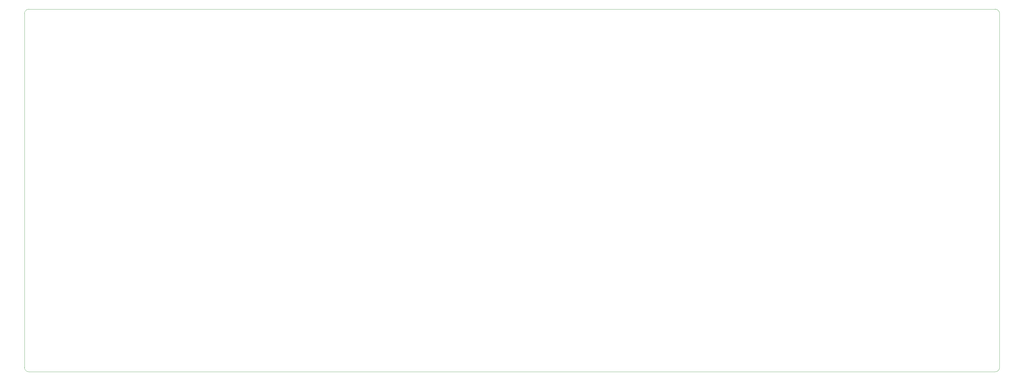
<source format=gbr>
%TF.GenerationSoftware,KiCad,Pcbnew,9.0.2*%
%TF.CreationDate,2025-07-28T10:47:06-04:00*%
%TF.ProjectId,Riptide,52697074-6964-4652-9e6b-696361645f70,rev?*%
%TF.SameCoordinates,Original*%
%TF.FileFunction,Profile,NP*%
%FSLAX46Y46*%
G04 Gerber Fmt 4.6, Leading zero omitted, Abs format (unit mm)*
G04 Created by KiCad (PCBNEW 9.0.2) date 2025-07-28 10:47:06*
%MOMM*%
%LPD*%
G01*
G04 APERTURE LIST*
%TA.AperFunction,Profile*%
%ADD10C,0.050000*%
%TD*%
G04 APERTURE END LIST*
D10*
X358500000Y-143467500D02*
G75*
G02*
X357000000Y-144967500I-1500000J0D01*
G01*
X28500000Y-23467500D02*
X28500000Y-143467500D01*
X30000000Y-144967500D02*
G75*
G02*
X28500000Y-143467500I0J1500000D01*
G01*
X30000000Y-144967500D02*
X357000000Y-144967500D01*
X357000000Y-21967500D02*
X30000000Y-21967500D01*
X357000000Y-21967500D02*
G75*
G02*
X358500000Y-23467500I0J-1500000D01*
G01*
X28500000Y-23467500D02*
G75*
G02*
X30000000Y-21967500I1500000J0D01*
G01*
X358500000Y-143467500D02*
X358500000Y-23467500D01*
M02*

</source>
